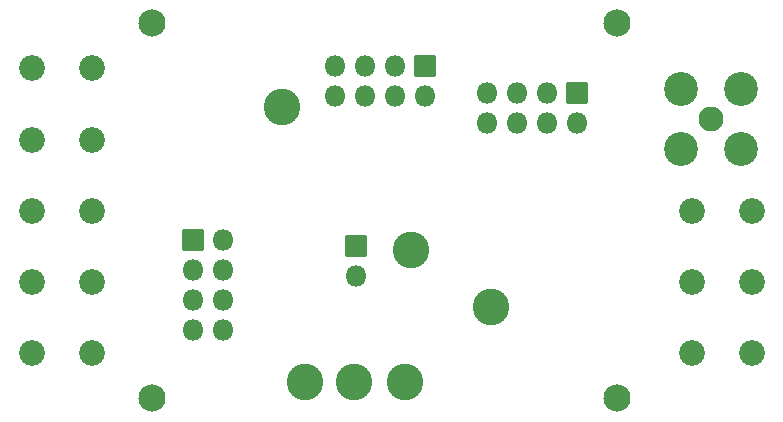
<source format=gbr>
%TF.GenerationSoftware,KiCad,Pcbnew,(6.0.4-0)*%
%TF.CreationDate,2023-08-14T15:40:46-05:00*%
%TF.ProjectId,model_cell,6d6f6465-6c5f-4636-956c-6c2e6b696361,rev?*%
%TF.SameCoordinates,Original*%
%TF.FileFunction,Soldermask,Bot*%
%TF.FilePolarity,Negative*%
%FSLAX46Y46*%
G04 Gerber Fmt 4.6, Leading zero omitted, Abs format (unit mm)*
G04 Created by KiCad (PCBNEW (6.0.4-0)) date 2023-08-14 15:40:46*
%MOMM*%
%LPD*%
G01*
G04 APERTURE LIST*
G04 Aperture macros list*
%AMRoundRect*
0 Rectangle with rounded corners*
0 $1 Rounding radius*
0 $2 $3 $4 $5 $6 $7 $8 $9 X,Y pos of 4 corners*
0 Add a 4 corners polygon primitive as box body*
4,1,4,$2,$3,$4,$5,$6,$7,$8,$9,$2,$3,0*
0 Add four circle primitives for the rounded corners*
1,1,$1+$1,$2,$3*
1,1,$1+$1,$4,$5*
1,1,$1+$1,$6,$7*
1,1,$1+$1,$8,$9*
0 Add four rect primitives between the rounded corners*
20,1,$1+$1,$2,$3,$4,$5,0*
20,1,$1+$1,$4,$5,$6,$7,0*
20,1,$1+$1,$6,$7,$8,$9,0*
20,1,$1+$1,$8,$9,$2,$3,0*%
G04 Aperture macros list end*
%ADD10C,2.301600*%
%ADD11C,2.184400*%
%ADD12RoundRect,0.050800X-0.850000X-0.850000X0.850000X-0.850000X0.850000X0.850000X-0.850000X0.850000X0*%
%ADD13O,1.801600X1.801600*%
%ADD14C,2.108200*%
%ADD15C,2.870200*%
%ADD16C,3.101600*%
%ADD17RoundRect,0.050800X-0.850000X0.850000X-0.850000X-0.850000X0.850000X-0.850000X0.850000X0.850000X0*%
G04 APERTURE END LIST*
D10*
%TO.C,H3*%
X50800000Y35877500D03*
%TD*%
%TO.C,H5*%
X11430000Y4127500D03*
%TD*%
%TO.C,H7*%
X11430000Y35877500D03*
%TD*%
%TO.C,H1*%
X50800000Y4127500D03*
%TD*%
D11*
%TO.C,J9*%
X62230000Y20002500D03*
X57150000Y20002500D03*
%TD*%
%TO.C,J4*%
X6350000Y32067500D03*
X1270000Y32067500D03*
%TD*%
%TO.C,J2*%
X6350000Y7937500D03*
X1270000Y7937500D03*
%TD*%
%TO.C,J8*%
X57150000Y13970000D03*
X62230000Y13970000D03*
%TD*%
D12*
%TO.C,H2*%
X28752800Y17035700D03*
D13*
X28752800Y14495700D03*
%TD*%
D14*
%TO.C,J1*%
X58801000Y27749500D03*
D15*
X56251100Y30299400D03*
X61350900Y30299400D03*
X61350900Y25199600D03*
X56251100Y25199600D03*
%TD*%
D11*
%TO.C,J7*%
X57150000Y7937500D03*
X62230000Y7937500D03*
%TD*%
D16*
%TO.C,G3*%
X28575000Y5524500D03*
%TD*%
D17*
%TO.C,REJ1*%
X47437200Y29989700D03*
D13*
X47437200Y27449700D03*
X44897200Y29989700D03*
X44897200Y27449700D03*
X42357200Y29989700D03*
X42357200Y27449700D03*
X39817200Y29989700D03*
X39817200Y27449700D03*
%TD*%
D16*
%TO.C,T4*%
X22453600Y28765500D03*
%TD*%
D11*
%TO.C,J6*%
X1270000Y20002500D03*
X6350000Y20002500D03*
%TD*%
D17*
%TO.C,RpcJ1*%
X34584800Y32275700D03*
D13*
X34584800Y29735700D03*
X32044800Y32275700D03*
X32044800Y29735700D03*
X29504800Y32275700D03*
X29504800Y29735700D03*
X26964800Y32275700D03*
X26964800Y29735700D03*
%TD*%
D16*
%TO.C,T3*%
X40182800Y11849100D03*
%TD*%
%TO.C,G5*%
X33426400Y16675100D03*
%TD*%
%TO.C,T1*%
X24384000Y5524500D03*
%TD*%
D12*
%TO.C,SRJ1*%
X14930200Y17528700D03*
D13*
X17470200Y17528700D03*
X14930200Y14988700D03*
X17470200Y14988700D03*
X14930200Y12448700D03*
X17470200Y12448700D03*
X14930200Y9908700D03*
X17470200Y9908700D03*
%TD*%
D16*
%TO.C,T2*%
X32893000Y5524500D03*
%TD*%
D11*
%TO.C,J5*%
X6350000Y26035000D03*
X1270000Y26035000D03*
%TD*%
%TO.C,J3*%
X1270000Y13970000D03*
X6350000Y13970000D03*
%TD*%
M02*

</source>
